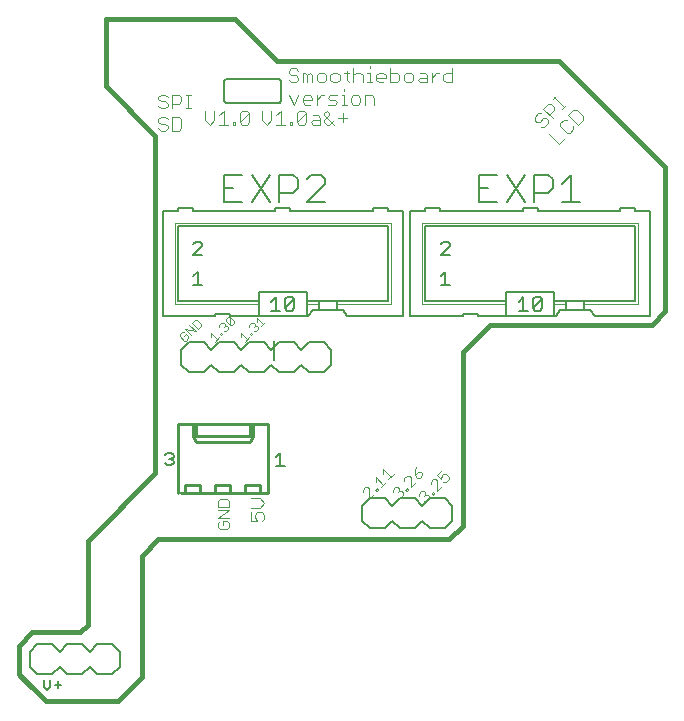
<source format=gto>
G75*
%MOIN*%
%OFA0B0*%
%FSLAX24Y24*%
%IPPOS*%
%LPD*%
%AMOC8*
5,1,8,0,0,1.08239X$1,22.5*
%
%ADD10C,0.0060*%
%ADD11C,0.0030*%
%ADD12C,0.0040*%
%ADD13C,0.0080*%
%ADD14C,0.0160*%
%ADD15C,0.0020*%
%ADD16C,0.0050*%
%ADD17C,0.0100*%
%ADD18C,0.0070*%
D10*
X001010Y000673D02*
X001010Y000900D01*
X001010Y000673D02*
X001123Y000560D01*
X001237Y000673D01*
X001237Y000900D01*
X001378Y000730D02*
X001605Y000730D01*
X001492Y000617D02*
X001492Y000844D01*
X008700Y011560D02*
X008700Y012201D01*
X008180Y013030D02*
X007230Y013030D01*
X007230Y013080D01*
X006730Y013080D01*
X006730Y013030D01*
X004980Y013030D01*
X004980Y016530D01*
X005480Y016530D01*
X005480Y016630D01*
X005980Y016630D01*
X005980Y016530D01*
X008730Y016530D01*
X008730Y016630D01*
X009230Y016630D01*
X009230Y016530D01*
X011980Y016530D01*
X011980Y016630D01*
X012480Y016630D01*
X012480Y016530D01*
X012980Y016530D01*
X012980Y013030D01*
X011130Y013030D01*
X010980Y013230D01*
X010780Y013230D01*
X010180Y013230D01*
X009980Y013230D01*
X009830Y013030D01*
X009780Y013030D01*
X009780Y013430D01*
X009780Y013530D01*
X010180Y013530D01*
X010780Y013530D01*
X010780Y013430D01*
X010780Y013230D01*
X010780Y013530D02*
X012480Y013530D01*
X012480Y016030D01*
X005480Y016030D01*
X005480Y013530D01*
X008180Y013530D01*
X008180Y013430D01*
X008180Y013030D01*
X009780Y013030D01*
X010180Y013230D02*
X010180Y013430D01*
X010180Y013530D01*
X009780Y013530D02*
X009780Y013830D01*
X008180Y013830D01*
X008180Y013530D01*
X013230Y013030D02*
X014980Y013030D01*
X014980Y013080D01*
X015480Y013080D01*
X015480Y013030D01*
X016430Y013030D01*
X016430Y013430D01*
X016430Y013530D01*
X013730Y013530D01*
X013730Y016030D01*
X020730Y016030D01*
X020730Y013530D01*
X019030Y013530D01*
X018430Y013530D01*
X018030Y013530D01*
X018030Y013430D01*
X018030Y013030D01*
X016430Y013030D01*
X016430Y013530D02*
X016430Y013830D01*
X018030Y013830D01*
X018030Y013530D01*
X018230Y013230D02*
X018430Y013230D01*
X019030Y013230D01*
X019030Y013430D01*
X019030Y013530D01*
X019030Y013230D02*
X019230Y013230D01*
X019380Y013030D01*
X021230Y013030D01*
X021230Y016530D01*
X020730Y016530D01*
X020730Y016630D01*
X020230Y016630D01*
X020230Y016530D01*
X017480Y016530D01*
X017480Y016630D01*
X016980Y016630D01*
X016980Y016530D01*
X014230Y016530D01*
X014230Y016630D01*
X013730Y016630D01*
X013730Y016530D01*
X013230Y016530D01*
X013230Y013030D01*
X018030Y013030D02*
X018080Y013030D01*
X018230Y013230D01*
X018430Y013230D02*
X018430Y013430D01*
X018430Y013530D01*
X008930Y020230D02*
X008930Y020830D01*
X008928Y020847D01*
X008924Y020864D01*
X008917Y020880D01*
X008907Y020894D01*
X008894Y020907D01*
X008880Y020917D01*
X008864Y020924D01*
X008847Y020928D01*
X008830Y020930D01*
X007130Y020930D01*
X007113Y020928D01*
X007096Y020924D01*
X007080Y020917D01*
X007066Y020907D01*
X007053Y020894D01*
X007043Y020880D01*
X007036Y020864D01*
X007032Y020847D01*
X007030Y020830D01*
X007030Y020230D01*
X007032Y020213D01*
X007036Y020196D01*
X007043Y020180D01*
X007053Y020166D01*
X007066Y020153D01*
X007080Y020143D01*
X007096Y020136D01*
X007113Y020132D01*
X007130Y020130D01*
X008830Y020130D01*
X008847Y020132D01*
X008864Y020136D01*
X008880Y020143D01*
X008894Y020153D01*
X008907Y020166D01*
X008917Y020180D01*
X008924Y020196D01*
X008928Y020213D01*
X008930Y020230D01*
D11*
X008114Y012971D02*
X008319Y012765D01*
X008251Y012697D02*
X008388Y012834D01*
X008114Y012834D02*
X008114Y012971D01*
X008008Y012797D02*
X008043Y012762D01*
X008043Y012694D01*
X008111Y012694D01*
X008145Y012660D01*
X008145Y012591D01*
X008077Y012523D01*
X008008Y012523D01*
X007938Y012453D02*
X007973Y012419D01*
X007938Y012385D01*
X007904Y012419D01*
X007938Y012453D01*
X007867Y012313D02*
X007730Y012176D01*
X007798Y012245D02*
X007593Y012450D01*
X007593Y012313D01*
X007871Y012660D02*
X007871Y012728D01*
X007940Y012797D01*
X008008Y012797D01*
X008043Y012694D02*
X008008Y012660D01*
X007353Y012800D02*
X007285Y012731D01*
X007217Y012731D01*
X007217Y013005D01*
X007353Y012868D01*
X007353Y012800D01*
X007217Y012731D02*
X007080Y012868D01*
X007080Y012937D01*
X007148Y013005D01*
X007217Y013005D01*
X007008Y012797D02*
X007043Y012762D01*
X007043Y012694D01*
X007111Y012694D01*
X007145Y012660D01*
X007145Y012591D01*
X007077Y012523D01*
X007008Y012523D01*
X006938Y012453D02*
X006973Y012419D01*
X006938Y012385D01*
X006904Y012419D01*
X006938Y012453D01*
X006867Y012313D02*
X006730Y012176D01*
X006798Y012245D02*
X006593Y012450D01*
X006593Y012313D01*
X006871Y012660D02*
X006871Y012728D01*
X006940Y012797D01*
X007008Y012797D01*
X007043Y012694D02*
X007008Y012660D01*
X006249Y012696D02*
X006249Y012764D01*
X006112Y012901D01*
X006044Y012901D01*
X005941Y012798D01*
X006147Y012593D01*
X006249Y012696D01*
X006075Y012521D02*
X005870Y012727D01*
X005733Y012590D02*
X006075Y012521D01*
X005938Y012385D02*
X005733Y012590D01*
X005696Y012484D02*
X005627Y012484D01*
X005559Y012416D01*
X005559Y012347D01*
X005696Y012210D01*
X005764Y012210D01*
X005833Y012279D01*
X005833Y012347D01*
X005764Y012416D01*
X005696Y012347D01*
X006876Y006914D02*
X006815Y006852D01*
X006815Y006667D01*
X007185Y006667D01*
X007185Y006852D01*
X007123Y006914D01*
X006876Y006914D01*
X006815Y006545D02*
X007185Y006545D01*
X006815Y006298D01*
X007185Y006298D01*
X007123Y006177D02*
X007000Y006177D01*
X007000Y006053D01*
X007123Y005930D02*
X006876Y005930D01*
X006815Y005992D01*
X006815Y006115D01*
X006876Y006177D01*
X007123Y006177D02*
X007185Y006115D01*
X007185Y005992D01*
X007123Y005930D01*
D12*
X007910Y006179D02*
X007910Y006486D01*
X007910Y006640D02*
X008217Y006640D01*
X008370Y006793D01*
X008217Y006947D01*
X007910Y006947D01*
X008140Y006486D02*
X008293Y006486D01*
X008370Y006409D01*
X008370Y006256D01*
X008293Y006179D01*
X008140Y006179D02*
X008063Y006333D01*
X008063Y006409D01*
X008140Y006486D01*
X008140Y006179D02*
X007910Y006179D01*
X011643Y007146D02*
X011643Y007231D01*
X011728Y007315D01*
X011813Y007315D01*
X011855Y007273D01*
X011855Y006933D01*
X012025Y007103D01*
X012115Y007194D02*
X012158Y007236D01*
X012115Y007279D01*
X012073Y007236D01*
X012115Y007194D01*
X012246Y007324D02*
X012416Y007494D01*
X012331Y007409D02*
X012076Y007664D01*
X012076Y007494D01*
X012336Y007754D02*
X012336Y007924D01*
X012591Y007669D01*
X012506Y007584D02*
X012676Y007754D01*
X013033Y007621D02*
X013033Y007536D01*
X013033Y007621D02*
X013118Y007706D01*
X013203Y007706D01*
X013246Y007664D01*
X013246Y007324D01*
X013416Y007494D01*
X013464Y007627D02*
X013549Y007627D01*
X013633Y007712D01*
X013633Y007797D01*
X013591Y007839D01*
X013506Y007839D01*
X013379Y007712D01*
X013464Y007627D01*
X013379Y007712D02*
X013379Y007882D01*
X013421Y008009D01*
X013908Y007496D02*
X013908Y007411D01*
X013908Y007496D02*
X013993Y007581D01*
X014078Y007581D01*
X014121Y007539D01*
X014121Y007199D01*
X014291Y007369D01*
X014339Y007502D02*
X014424Y007502D01*
X014508Y007587D01*
X014508Y007672D01*
X014424Y007757D01*
X014339Y007757D01*
X014296Y007714D01*
X014254Y007587D01*
X014126Y007714D01*
X014296Y007884D01*
X013688Y007190D02*
X013730Y007148D01*
X013730Y007063D01*
X013815Y007063D01*
X013857Y007021D01*
X013857Y006936D01*
X013772Y006851D01*
X013688Y006851D01*
X013688Y007021D02*
X013730Y007063D01*
X013688Y007190D02*
X013603Y007190D01*
X013518Y007106D01*
X013518Y007021D01*
X013158Y007236D02*
X013115Y007194D01*
X013073Y007236D01*
X013115Y007279D01*
X013158Y007236D01*
X012982Y007146D02*
X012982Y007061D01*
X012897Y006976D01*
X012813Y006976D01*
X012813Y007146D02*
X012855Y007188D01*
X012940Y007188D01*
X012982Y007146D01*
X012855Y007188D02*
X012855Y007273D01*
X012813Y007315D01*
X012728Y007315D01*
X012643Y007231D01*
X012643Y007146D01*
X013948Y007111D02*
X013990Y007154D01*
X014033Y007111D01*
X013990Y007069D01*
X013948Y007111D01*
X018180Y018758D02*
X018397Y018975D01*
X018451Y019138D02*
X018560Y019138D01*
X018668Y019247D01*
X018668Y019355D01*
X018831Y019409D02*
X018994Y019572D01*
X018994Y019681D01*
X018777Y019898D01*
X018668Y019898D01*
X018506Y019735D01*
X018831Y019409D01*
X018451Y019572D02*
X018343Y019572D01*
X018234Y019464D01*
X018234Y019355D01*
X018451Y019138D01*
X018180Y018758D02*
X017854Y019084D01*
X017704Y019343D02*
X017595Y019343D01*
X017704Y019343D02*
X017812Y019451D01*
X017812Y019560D01*
X017758Y019614D01*
X017650Y019614D01*
X017541Y019506D01*
X017433Y019506D01*
X017378Y019560D01*
X017378Y019668D01*
X017487Y019777D01*
X017595Y019777D01*
X017650Y019940D02*
X017812Y020102D01*
X017921Y020102D01*
X018029Y019994D01*
X018029Y019885D01*
X017867Y019723D01*
X017975Y019614D02*
X017650Y019940D01*
X017975Y020265D02*
X018084Y020374D01*
X018029Y020320D02*
X018355Y019994D01*
X018301Y019940D02*
X018409Y020048D01*
X014638Y020820D02*
X014408Y020820D01*
X014331Y020897D01*
X014331Y021050D01*
X014408Y021127D01*
X014638Y021127D01*
X014638Y021280D02*
X014638Y020820D01*
X014178Y021127D02*
X014101Y021127D01*
X013947Y020973D01*
X013947Y020820D02*
X013947Y021127D01*
X013794Y021050D02*
X013794Y020820D01*
X013564Y020820D01*
X013487Y020897D01*
X013564Y020973D01*
X013794Y020973D01*
X013794Y021050D02*
X013717Y021127D01*
X013564Y021127D01*
X013334Y021050D02*
X013334Y020897D01*
X013257Y020820D01*
X013103Y020820D01*
X013027Y020897D01*
X013027Y021050D01*
X013103Y021127D01*
X013257Y021127D01*
X013334Y021050D01*
X012873Y021050D02*
X012873Y020897D01*
X012796Y020820D01*
X012566Y020820D01*
X012566Y021280D01*
X012566Y021127D02*
X012796Y021127D01*
X012873Y021050D01*
X012413Y021050D02*
X012413Y020973D01*
X012106Y020973D01*
X012106Y020897D02*
X012106Y021050D01*
X012183Y021127D01*
X012336Y021127D01*
X012413Y021050D01*
X012336Y020820D02*
X012183Y020820D01*
X012106Y020897D01*
X011952Y020820D02*
X011799Y020820D01*
X011876Y020820D02*
X011876Y021127D01*
X011799Y021127D01*
X011876Y021280D02*
X011876Y021357D01*
X011569Y021127D02*
X011645Y021050D01*
X011645Y020820D01*
X011569Y021127D02*
X011415Y021127D01*
X011338Y021050D01*
X011185Y021127D02*
X011032Y021127D01*
X011108Y021204D02*
X011108Y020897D01*
X011185Y020820D01*
X011338Y020820D02*
X011338Y021280D01*
X010878Y021050D02*
X010801Y021127D01*
X010648Y021127D01*
X010571Y021050D01*
X010571Y020897D01*
X010648Y020820D01*
X010801Y020820D01*
X010878Y020897D01*
X010878Y021050D01*
X010418Y021050D02*
X010418Y020897D01*
X010341Y020820D01*
X010188Y020820D01*
X010111Y020897D01*
X010111Y021050D01*
X010188Y021127D01*
X010341Y021127D01*
X010418Y021050D01*
X009957Y021050D02*
X009957Y020820D01*
X009804Y020820D02*
X009804Y021050D01*
X009881Y021127D01*
X009957Y021050D01*
X009804Y021050D02*
X009727Y021127D01*
X009650Y021127D01*
X009650Y020820D01*
X009497Y020897D02*
X009420Y020820D01*
X009267Y020820D01*
X009190Y020897D01*
X009267Y021050D02*
X009190Y021127D01*
X009190Y021204D01*
X009267Y021280D01*
X009420Y021280D01*
X009497Y021204D01*
X009420Y021050D02*
X009497Y020973D01*
X009497Y020897D01*
X009420Y021050D02*
X009267Y021050D01*
X009190Y020377D02*
X009343Y020070D01*
X009497Y020377D01*
X009650Y020300D02*
X009727Y020377D01*
X009881Y020377D01*
X009957Y020300D01*
X009957Y020223D01*
X009650Y020223D01*
X009650Y020147D02*
X009650Y020300D01*
X009650Y020147D02*
X009727Y020070D01*
X009881Y020070D01*
X010111Y020070D02*
X010111Y020377D01*
X010264Y020377D02*
X010341Y020377D01*
X010264Y020377D02*
X010111Y020223D01*
X010494Y020300D02*
X010571Y020377D01*
X010801Y020377D01*
X010955Y020377D02*
X011032Y020377D01*
X011032Y020070D01*
X011108Y020070D02*
X010955Y020070D01*
X010801Y020147D02*
X010725Y020223D01*
X010571Y020223D01*
X010494Y020300D01*
X010494Y020070D02*
X010725Y020070D01*
X010801Y020147D01*
X011032Y020530D02*
X011032Y020607D01*
X011338Y020377D02*
X011262Y020300D01*
X011262Y020147D01*
X011338Y020070D01*
X011492Y020070D01*
X011569Y020147D01*
X011569Y020300D01*
X011492Y020377D01*
X011338Y020377D01*
X011722Y020377D02*
X011722Y020070D01*
X012029Y020070D02*
X012029Y020300D01*
X011952Y020377D01*
X011722Y020377D01*
X010986Y019794D02*
X010986Y019487D01*
X011139Y019640D02*
X010832Y019640D01*
X010679Y019563D02*
X010525Y019410D01*
X010448Y019410D01*
X010372Y019487D01*
X010372Y019563D01*
X010525Y019717D01*
X010525Y019794D01*
X010448Y019870D01*
X010372Y019794D01*
X010372Y019717D01*
X010679Y019410D01*
X010218Y019410D02*
X009988Y019410D01*
X009911Y019487D01*
X009988Y019563D01*
X010218Y019563D01*
X010218Y019640D02*
X010218Y019410D01*
X010218Y019640D02*
X010142Y019717D01*
X009988Y019717D01*
X009758Y019794D02*
X009451Y019487D01*
X009528Y019410D01*
X009681Y019410D01*
X009758Y019487D01*
X009758Y019794D01*
X009681Y019870D01*
X009528Y019870D01*
X009451Y019794D01*
X009451Y019487D01*
X009298Y019487D02*
X009298Y019410D01*
X009221Y019410D01*
X009221Y019487D01*
X009298Y019487D01*
X009067Y019410D02*
X008760Y019410D01*
X008914Y019410D02*
X008914Y019870D01*
X008760Y019717D01*
X008607Y019870D02*
X008607Y019563D01*
X008453Y019410D01*
X008300Y019563D01*
X008300Y019870D01*
X007858Y019794D02*
X007858Y019487D01*
X007781Y019410D01*
X007628Y019410D01*
X007551Y019487D01*
X007858Y019794D01*
X007781Y019870D01*
X007628Y019870D01*
X007551Y019794D01*
X007551Y019487D01*
X007398Y019487D02*
X007398Y019410D01*
X007321Y019410D01*
X007321Y019487D01*
X007398Y019487D01*
X007167Y019410D02*
X006860Y019410D01*
X007014Y019410D02*
X007014Y019870D01*
X006860Y019717D01*
X006707Y019870D02*
X006707Y019563D01*
X006553Y019410D01*
X006400Y019563D01*
X006400Y019870D01*
X005914Y019950D02*
X005761Y019950D01*
X005838Y019950D02*
X005838Y020410D01*
X005914Y020410D02*
X005761Y020410D01*
X005607Y020334D02*
X005607Y020180D01*
X005531Y020103D01*
X005300Y020103D01*
X005300Y019950D02*
X005300Y020410D01*
X005531Y020410D01*
X005607Y020334D01*
X005147Y020334D02*
X005070Y020410D01*
X004917Y020410D01*
X004840Y020334D01*
X004840Y020257D01*
X004917Y020180D01*
X005070Y020180D01*
X005147Y020103D01*
X005147Y020027D01*
X005070Y019950D01*
X004917Y019950D01*
X004840Y020027D01*
X004917Y019660D02*
X004840Y019584D01*
X004840Y019507D01*
X004917Y019430D01*
X005070Y019430D01*
X005147Y019353D01*
X005147Y019277D01*
X005070Y019200D01*
X004917Y019200D01*
X004840Y019277D01*
X004917Y019660D02*
X005070Y019660D01*
X005147Y019584D01*
X005300Y019660D02*
X005300Y019200D01*
X005531Y019200D01*
X005607Y019277D01*
X005607Y019584D01*
X005531Y019660D01*
X005300Y019660D01*
D13*
X007020Y017741D02*
X007020Y016820D01*
X007634Y016820D01*
X007941Y016820D02*
X008555Y017741D01*
X008862Y017741D02*
X009322Y017741D01*
X009475Y017587D01*
X009475Y017280D01*
X009322Y017127D01*
X008862Y017127D01*
X008862Y016820D02*
X008862Y017741D01*
X007941Y017741D02*
X008555Y016820D01*
X007634Y017741D02*
X007020Y017741D01*
X007020Y017280D02*
X007327Y017280D01*
X009782Y017587D02*
X009936Y017741D01*
X010243Y017741D01*
X010396Y017587D01*
X010396Y017434D01*
X009782Y016820D01*
X010396Y016820D01*
X015520Y016820D02*
X016134Y016820D01*
X016441Y016820D02*
X017055Y017741D01*
X017362Y017741D02*
X017822Y017741D01*
X017975Y017587D01*
X017975Y017280D01*
X017822Y017127D01*
X017362Y017127D01*
X017362Y016820D02*
X017362Y017741D01*
X018282Y017434D02*
X018589Y017741D01*
X018589Y016820D01*
X018282Y016820D02*
X018896Y016820D01*
X017055Y016820D02*
X016441Y017741D01*
X016134Y017741D02*
X015520Y017741D01*
X015520Y016820D01*
X015520Y017280D02*
X015827Y017280D01*
X010605Y011905D02*
X010355Y012155D01*
X009855Y012155D01*
X009605Y011905D01*
X009355Y012155D01*
X008855Y012155D01*
X008605Y011905D01*
X008355Y012155D01*
X007855Y012155D01*
X007605Y011905D01*
X007355Y012155D01*
X006855Y012155D01*
X006605Y011905D01*
X006355Y012155D01*
X005855Y012155D01*
X005605Y011905D01*
X005605Y011405D01*
X005855Y011155D01*
X006355Y011155D01*
X006605Y011405D01*
X006855Y011155D01*
X007355Y011155D01*
X007605Y011405D01*
X007855Y011155D01*
X008355Y011155D01*
X008605Y011405D01*
X008855Y011155D01*
X009355Y011155D01*
X009605Y011405D01*
X009855Y011155D01*
X010355Y011155D01*
X010605Y011405D01*
X010605Y011905D01*
X011880Y006955D02*
X012380Y006955D01*
X012630Y006705D01*
X012880Y006955D01*
X013380Y006955D01*
X013630Y006705D01*
X013880Y006955D01*
X014380Y006955D01*
X014630Y006705D01*
X014630Y006205D01*
X014380Y005955D01*
X013880Y005955D01*
X013630Y006205D01*
X013380Y005955D01*
X012880Y005955D01*
X012630Y006205D01*
X012380Y005955D01*
X011880Y005955D01*
X011630Y006205D01*
X011630Y006705D01*
X011880Y006955D01*
X003543Y001843D02*
X003543Y001343D01*
X003293Y001093D01*
X002793Y001093D01*
X002543Y001343D01*
X002293Y001093D01*
X001793Y001093D01*
X001543Y001343D01*
X001293Y001093D01*
X000793Y001093D01*
X000543Y001343D01*
X000543Y001843D01*
X000793Y002093D01*
X001293Y002093D01*
X001543Y001843D01*
X001793Y002093D01*
X002293Y002093D01*
X002543Y001843D01*
X002793Y002093D01*
X003293Y002093D01*
X003543Y001843D01*
D14*
X000980Y000280D02*
X000230Y001030D01*
X000180Y001080D02*
X000180Y002030D01*
X000630Y002480D01*
X002230Y002480D01*
X002480Y002730D01*
X002480Y005530D01*
X004730Y007780D01*
X004730Y019030D01*
X003080Y020680D01*
X003080Y022930D01*
X007380Y022930D01*
X008780Y021530D01*
X018180Y021530D01*
X021730Y017980D01*
X021730Y013180D01*
X021280Y012730D01*
X015880Y012730D01*
X014980Y011830D01*
X014980Y006030D01*
X014530Y005580D01*
X004830Y005580D01*
X004280Y005030D01*
X004280Y000980D01*
X003480Y000180D01*
X001080Y000180D01*
X000180Y001080D01*
D15*
X005380Y013430D02*
X008180Y013430D01*
X009780Y013430D02*
X010180Y013430D01*
X010780Y013430D02*
X012580Y013430D01*
X012580Y016130D01*
X005380Y016130D01*
X005380Y013430D01*
X013630Y013430D02*
X016430Y013430D01*
X018030Y013430D02*
X018430Y013430D01*
X019030Y013430D02*
X020830Y013430D01*
X020830Y016130D01*
X013630Y016130D01*
X013630Y013430D01*
D16*
X014255Y014055D02*
X014555Y014055D01*
X014405Y014055D02*
X014405Y014505D01*
X014255Y014355D01*
X014255Y015055D02*
X014555Y015355D01*
X014555Y015430D01*
X014480Y015505D01*
X014330Y015505D01*
X014255Y015430D01*
X014255Y015055D02*
X014555Y015055D01*
X016855Y013505D02*
X017005Y013655D01*
X017005Y013205D01*
X016855Y013205D02*
X017155Y013205D01*
X017315Y013280D02*
X017315Y013580D01*
X017390Y013655D01*
X017541Y013655D01*
X017616Y013580D01*
X017315Y013280D01*
X017390Y013205D01*
X017541Y013205D01*
X017616Y013280D01*
X017616Y013580D01*
X009366Y013580D02*
X009366Y013280D01*
X009291Y013205D01*
X009140Y013205D01*
X009065Y013280D01*
X009366Y013580D01*
X009291Y013655D01*
X009140Y013655D01*
X009065Y013580D01*
X009065Y013280D01*
X008905Y013205D02*
X008605Y013205D01*
X008755Y013205D02*
X008755Y013655D01*
X008605Y013505D01*
X006305Y014055D02*
X006005Y014055D01*
X006155Y014055D02*
X006155Y014505D01*
X006005Y014355D01*
X006005Y015055D02*
X006305Y015355D01*
X006305Y015430D01*
X006230Y015505D01*
X006080Y015505D01*
X006005Y015430D01*
X006005Y015055D02*
X006305Y015055D01*
X006080Y009430D02*
X005980Y009430D01*
X005980Y009280D01*
X005480Y007130D02*
X006480Y007130D01*
X006730Y007130D01*
D17*
X006730Y007380D01*
X007230Y007380D01*
X007230Y007130D01*
X007730Y007130D01*
X007730Y007380D01*
X008230Y007380D01*
X008230Y007130D01*
X008480Y007130D01*
X008480Y008280D01*
X008480Y009430D01*
X006480Y009430D01*
X005980Y009430D01*
X005980Y009030D01*
X006080Y008830D01*
X007880Y008830D01*
X007980Y009030D01*
X007980Y009430D01*
X007880Y009430D02*
X007880Y009030D01*
X007980Y009030D01*
X007880Y009030D02*
X006080Y009030D01*
X006080Y009430D01*
X005980Y009430D02*
X005480Y009430D01*
X005480Y008280D01*
X005480Y007130D01*
X005580Y007130D02*
X005730Y007130D01*
X006230Y007130D01*
X006730Y007130D01*
X007230Y007130D01*
X007730Y007130D02*
X008230Y007130D01*
X006230Y007130D02*
X006230Y007380D01*
X005730Y007380D01*
X005730Y007130D01*
X005980Y009030D02*
X006080Y009030D01*
D18*
X005341Y008403D02*
X005341Y008331D01*
X005270Y008260D01*
X005341Y008188D01*
X005341Y008116D01*
X005270Y008044D01*
X005126Y008044D01*
X005054Y008116D01*
X005198Y008260D02*
X005270Y008260D01*
X005341Y008403D02*
X005270Y008475D01*
X005126Y008475D01*
X005054Y008403D01*
X008754Y008311D02*
X008898Y008455D01*
X008898Y008024D01*
X009041Y008024D02*
X008754Y008024D01*
M02*

</source>
